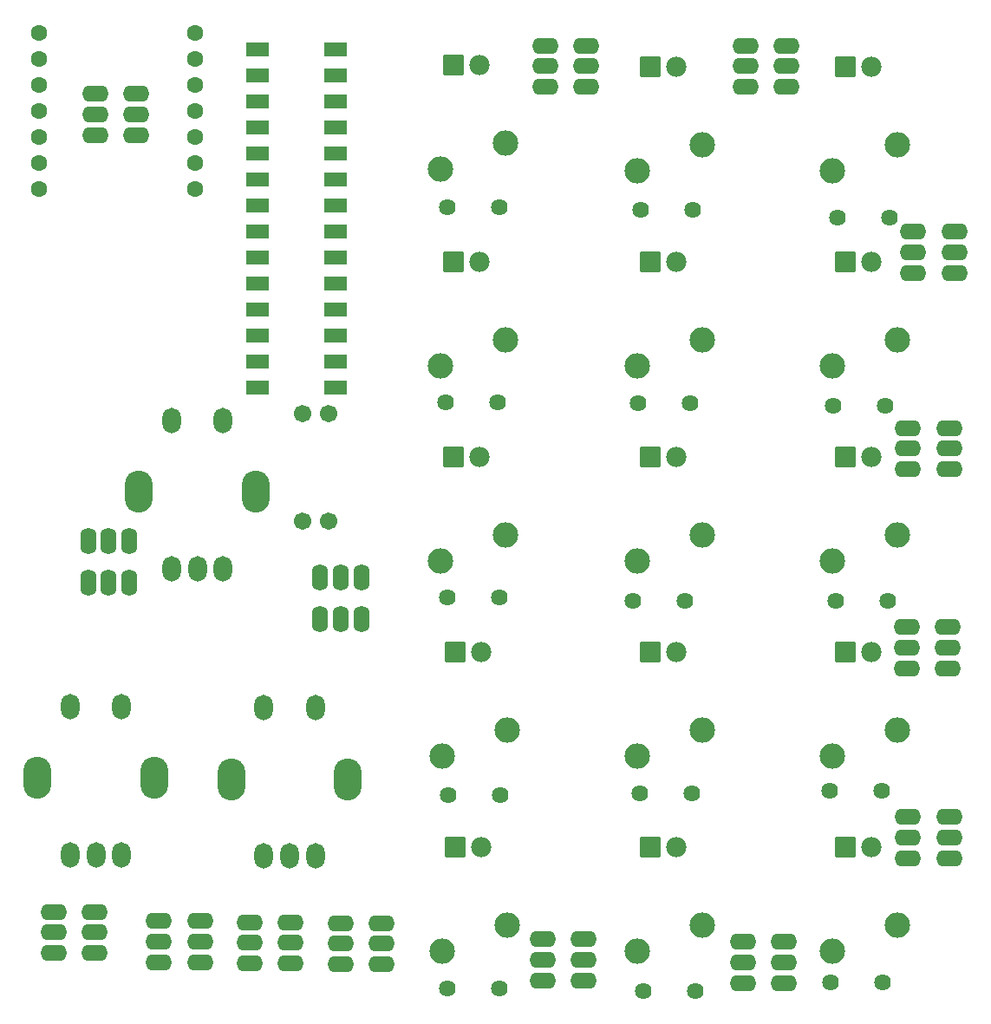
<source format=gbs>
G04 Layer: BottomSolderMaskLayer*
G04 EasyEDA v6.5.46, 2024-10-06 11:37:13*
G04 ab947d6f174c44c6bcda00e1859507e9,10*
G04 Gerber Generator version 0.2*
G04 Scale: 100 percent, Rotated: No, Reflected: No *
G04 Dimensions in millimeters *
G04 leading zeros omitted , absolute positions ,4 integer and 5 decimal *
%FSLAX45Y45*%
%MOMM*%

%AMMACRO1*4,1,8,-1.112,-0.6566,-1.1417,-0.6268,-1.1417,0.6268,-1.112,0.6566,1.112,0.6566,1.1417,0.6268,1.1417,-0.6268,1.112,-0.6566,-1.112,-0.6566,0*%
%AMMACRO2*4,1,8,-0.9311,-0.9906,-0.9906,-0.9311,-0.9906,0.9311,-0.9311,0.9906,0.9311,0.9906,0.9906,0.9311,0.9906,-0.9311,0.9311,-0.9906,-0.9311,-0.9906,0*%
%ADD10O,2.601595X1.6015970000000002*%
%ADD11O,1.6015970000000002X2.601595*%
%ADD12C,1.7016*%
%ADD13C,1.6256*%
%ADD14C,1.6015*%
%ADD15O,1.8015966X2.5015952*%
%ADD16O,2.7015948X4.101592*%
%ADD17MACRO1*%
%ADD18C,1.9812*%
%ADD19MACRO2*%
%ADD20C,2.4892*%
%ADD21C,0.0116*%

%LPD*%
D10*
G01*
X2984500Y3860800D03*
G01*
X2984500Y3660800D03*
G01*
X2984500Y3460800D03*
G01*
X3384499Y3860800D03*
G01*
X3384499Y3660800D03*
G01*
X3384499Y3460800D03*
G01*
X2501900Y3873500D03*
G01*
X2501900Y3673500D03*
G01*
X2501900Y3473500D03*
G01*
X2101900Y3873500D03*
G01*
X2101900Y3673500D03*
G01*
X2101900Y3473500D03*
G01*
X6248400Y3695700D03*
G01*
X6248400Y3495700D03*
G01*
X6248400Y3295700D03*
G01*
X5848400Y3695700D03*
G01*
X5848400Y3495700D03*
G01*
X5848400Y3295700D03*
G01*
X8204200Y3670300D03*
G01*
X8204200Y3470300D03*
G01*
X8204200Y3270300D03*
G01*
X7804200Y3670300D03*
G01*
X7804200Y3470300D03*
G01*
X7804200Y3270300D03*
G01*
X9817100Y4889500D03*
G01*
X9817100Y4689500D03*
G01*
X9817100Y4489500D03*
G01*
X9417100Y4889500D03*
G01*
X9417100Y4689500D03*
G01*
X9417100Y4489500D03*
G01*
X9804400Y6743700D03*
G01*
X9804400Y6543700D03*
G01*
X9804400Y6343700D03*
G01*
X9404400Y6743700D03*
G01*
X9404400Y6543700D03*
G01*
X9404400Y6343700D03*
G01*
X9817100Y8686800D03*
G01*
X9817100Y8486800D03*
G01*
X9817100Y8286800D03*
G01*
X9417100Y8686800D03*
G01*
X9417100Y8486800D03*
G01*
X9417100Y8286800D03*
G01*
X9867900Y10604500D03*
G01*
X9867900Y10404500D03*
G01*
X9867900Y10204500D03*
G01*
X9467900Y10604500D03*
G01*
X9467900Y10404500D03*
G01*
X9467900Y10204500D03*
G01*
X8229600Y12420600D03*
G01*
X8229600Y12220600D03*
G01*
X8229600Y12020600D03*
G01*
X7829600Y12420600D03*
G01*
X7829600Y12220600D03*
G01*
X7829600Y12020600D03*
G01*
X3873500Y3454400D03*
G01*
X3873500Y3654399D03*
G01*
X3873500Y3854399D03*
G01*
X4273499Y3454400D03*
G01*
X4273499Y3654399D03*
G01*
X4273499Y3854399D03*
G01*
X1473200Y3962400D03*
G01*
X1473200Y3762400D03*
G01*
X1473200Y3562400D03*
G01*
X1073200Y3962400D03*
G01*
X1073200Y3762400D03*
G01*
X1073200Y3562400D03*
D11*
G01*
X1409700Y7581900D03*
G01*
X1609699Y7581900D03*
G01*
X1809699Y7581900D03*
G01*
X1409700Y7181900D03*
G01*
X1609699Y7181900D03*
G01*
X1809699Y7181900D03*
D10*
G01*
X1879600Y11950700D03*
G01*
X1879600Y11750700D03*
G01*
X1879600Y11550700D03*
G01*
X1479600Y11950700D03*
G01*
X1479600Y11750700D03*
G01*
X1479600Y11550700D03*
G01*
X6273800Y12420600D03*
G01*
X6273800Y12220600D03*
G01*
X6273800Y12020600D03*
G01*
X5873800Y12420600D03*
G01*
X5873800Y12220600D03*
G01*
X5873800Y12020600D03*
D11*
G01*
X4076700Y7226300D03*
G01*
X3876700Y7226300D03*
G01*
X3676700Y7226300D03*
G01*
X4076700Y6826300D03*
G01*
X3876700Y6826300D03*
G01*
X3676700Y6826300D03*
D12*
G01*
X3505200Y8830792D03*
G01*
X3505200Y7780781D03*
G01*
X3759200Y8830792D03*
G01*
X3759200Y7780781D03*
D13*
G01*
X4914900Y3213100D03*
G01*
X5422900Y3213100D03*
G01*
X6832600Y3187700D03*
G01*
X7340600Y3187700D03*
G01*
X8661400Y3276600D03*
G01*
X9169400Y3276600D03*
G01*
X8648700Y5143500D03*
G01*
X9156700Y5143500D03*
G01*
X6794500Y5118100D03*
G01*
X7302500Y5118100D03*
G01*
X4927600Y5105400D03*
G01*
X5435600Y5105400D03*
G01*
X4914900Y7035800D03*
G01*
X5422900Y7035800D03*
G01*
X6731000Y6997700D03*
G01*
X7239000Y6997700D03*
G01*
X8712200Y6997700D03*
G01*
X9220200Y6997700D03*
G01*
X9194800Y8902700D03*
G01*
X8686800Y8902700D03*
G01*
X6781800Y8928100D03*
G01*
X7289800Y8928100D03*
G01*
X4902200Y8940800D03*
G01*
X5410200Y8940800D03*
G01*
X4914900Y10845800D03*
G01*
X5422900Y10845800D03*
G01*
X6807200Y10820400D03*
G01*
X7315200Y10820400D03*
G01*
X8724900Y10744200D03*
G01*
X9232900Y10744200D03*
D14*
G01*
X927100Y12547600D03*
G01*
X2451100Y11277600D03*
G01*
X2451100Y11531600D03*
G01*
X2451100Y11785600D03*
G01*
X2451100Y12039600D03*
G01*
X2451100Y12293600D03*
G01*
X2451100Y12547600D03*
G01*
X2451100Y11023600D03*
G01*
X927100Y12293600D03*
G01*
X927100Y12039600D03*
G01*
X927100Y11785600D03*
G01*
X927100Y11531600D03*
G01*
X927100Y11277600D03*
G01*
X927100Y11023600D03*
D15*
G01*
X3128213Y5957392D03*
G01*
X3628212Y5957392D03*
G01*
X3128213Y4507407D03*
G01*
X3378200Y4507407D03*
G01*
X3628212Y4507407D03*
D16*
G01*
X2808198Y5257393D03*
G01*
X3948201Y5257393D03*
D15*
G01*
X1235913Y5970092D03*
G01*
X1735912Y5970092D03*
G01*
X1235913Y4520107D03*
G01*
X1485900Y4520107D03*
G01*
X1735912Y4520107D03*
D16*
G01*
X915898Y5270093D03*
G01*
X2055901Y5270093D03*
D17*
G01*
X3060700Y12382500D03*
G01*
X3060700Y12128500D03*
G01*
X3060700Y11874500D03*
G01*
X3060700Y11620500D03*
G01*
X3060700Y11366500D03*
G01*
X3060700Y11112500D03*
G01*
X3060700Y10858500D03*
G01*
X3060700Y10604500D03*
G01*
X3060700Y10350500D03*
G01*
X3060700Y10096500D03*
G01*
X3060700Y9842500D03*
G01*
X3060700Y9588500D03*
G01*
X3060700Y9334500D03*
G01*
X3060700Y9080500D03*
G01*
X3822700Y9080500D03*
G01*
X3822700Y9334500D03*
G01*
X3822700Y9588500D03*
G01*
X3822700Y9842500D03*
G01*
X3822700Y10096500D03*
G01*
X3822700Y10350500D03*
G01*
X3822700Y10604500D03*
G01*
X3822700Y10858500D03*
G01*
X3822700Y11112500D03*
G01*
X3822700Y11366500D03*
G01*
X3822700Y11620500D03*
G01*
X3822700Y11874500D03*
G01*
X3822700Y12128500D03*
G01*
X3822700Y12382500D03*
D15*
G01*
X2226513Y8764092D03*
G01*
X2726512Y8764092D03*
G01*
X2226513Y7314107D03*
G01*
X2476500Y7314107D03*
G01*
X2726512Y7314107D03*
D16*
G01*
X1906498Y8064093D03*
G01*
X3046501Y8064093D03*
D18*
G01*
X5232400Y12230100D03*
D19*
G01*
X4978400Y12230100D03*
D20*
G01*
X5486400Y11468100D03*
G01*
X4851400Y11214100D03*
D18*
G01*
X7150100Y12217400D03*
D19*
G01*
X6896100Y12217400D03*
D20*
G01*
X7404100Y11455400D03*
G01*
X6769100Y11201400D03*
D18*
G01*
X9055100Y10312400D03*
D19*
G01*
X8801100Y10312400D03*
D20*
G01*
X9309100Y9550400D03*
G01*
X8674100Y9296400D03*
D18*
G01*
X9055100Y12217400D03*
D19*
G01*
X8801100Y12217400D03*
D20*
G01*
X9309100Y11455400D03*
G01*
X8674100Y11201400D03*
D18*
G01*
X7150100Y10312400D03*
D19*
G01*
X6896100Y10312400D03*
D20*
G01*
X7404100Y9550400D03*
G01*
X6769100Y9296400D03*
D18*
G01*
X5232400Y10312400D03*
D19*
G01*
X4978400Y10312400D03*
D20*
G01*
X5486400Y9550400D03*
G01*
X4851400Y9296400D03*
D18*
G01*
X9055100Y8407400D03*
D19*
G01*
X8801100Y8407400D03*
D20*
G01*
X9309100Y7645400D03*
G01*
X8674100Y7391400D03*
D18*
G01*
X7150100Y8407400D03*
D19*
G01*
X6896100Y8407400D03*
D20*
G01*
X7404100Y7645400D03*
G01*
X6769100Y7391400D03*
D18*
G01*
X5232400Y8407400D03*
D19*
G01*
X4978400Y8407400D03*
D20*
G01*
X5486400Y7645400D03*
G01*
X4851400Y7391400D03*
D18*
G01*
X9055100Y6502400D03*
D19*
G01*
X8801100Y6502400D03*
D20*
G01*
X9309100Y5740400D03*
G01*
X8674100Y5486400D03*
D18*
G01*
X7150100Y6502400D03*
D19*
G01*
X6896100Y6502400D03*
D20*
G01*
X7404100Y5740400D03*
G01*
X6769100Y5486400D03*
D18*
G01*
X5245100Y6502400D03*
D19*
G01*
X4991100Y6502400D03*
D20*
G01*
X5499100Y5740400D03*
G01*
X4864100Y5486400D03*
D18*
G01*
X5245100Y4597400D03*
D19*
G01*
X4991100Y4597400D03*
D20*
G01*
X5499100Y3835400D03*
G01*
X4864100Y3581400D03*
D18*
G01*
X7150100Y4597400D03*
D19*
G01*
X6896100Y4597400D03*
D20*
G01*
X7404100Y3835400D03*
G01*
X6769100Y3581400D03*
D18*
G01*
X9055100Y4597400D03*
D19*
G01*
X8801100Y4597400D03*
D20*
G01*
X9309100Y3835400D03*
G01*
X8674100Y3581400D03*
M02*

</source>
